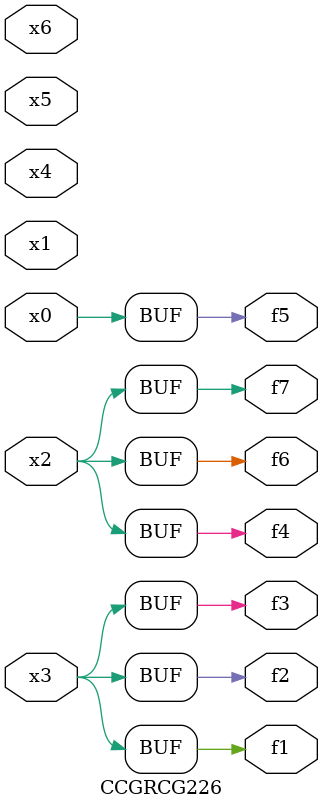
<source format=v>
module CCGRCG226(
	input x0, x1, x2, x3, x4, x5, x6,
	output f1, f2, f3, f4, f5, f6, f7
);
	assign f1 = x3;
	assign f2 = x3;
	assign f3 = x3;
	assign f4 = x2;
	assign f5 = x0;
	assign f6 = x2;
	assign f7 = x2;
endmodule

</source>
